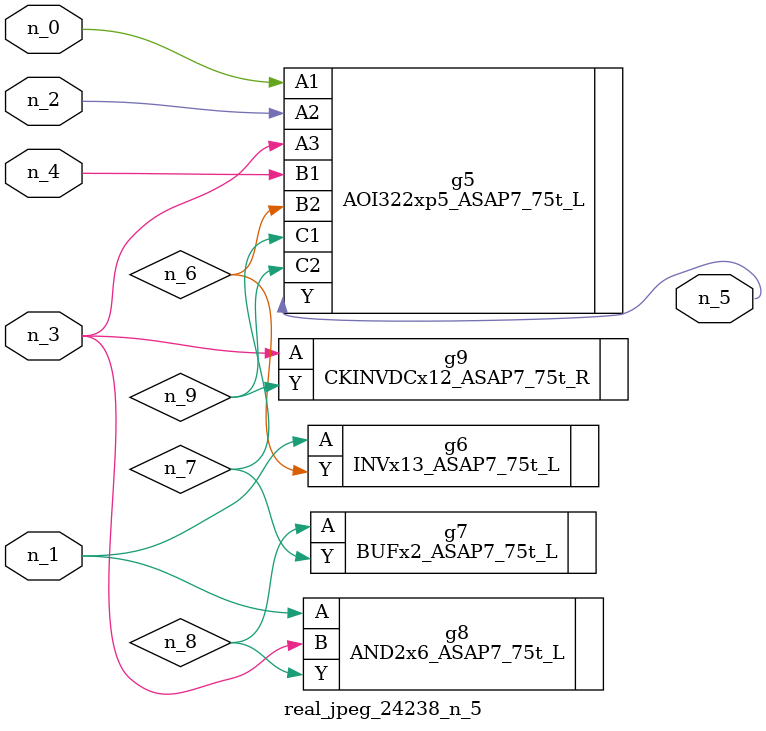
<source format=v>
module real_jpeg_24238_n_5 (n_4, n_0, n_1, n_2, n_3, n_5);

input n_4;
input n_0;
input n_1;
input n_2;
input n_3;

output n_5;

wire n_8;
wire n_6;
wire n_7;
wire n_9;

AOI322xp5_ASAP7_75t_L g5 ( 
.A1(n_0),
.A2(n_2),
.A3(n_3),
.B1(n_4),
.B2(n_6),
.C1(n_7),
.C2(n_9),
.Y(n_5)
);

INVx13_ASAP7_75t_L g6 ( 
.A(n_1),
.Y(n_6)
);

AND2x6_ASAP7_75t_L g8 ( 
.A(n_1),
.B(n_3),
.Y(n_8)
);

CKINVDCx12_ASAP7_75t_R g9 ( 
.A(n_3),
.Y(n_9)
);

BUFx2_ASAP7_75t_L g7 ( 
.A(n_8),
.Y(n_7)
);


endmodule
</source>
